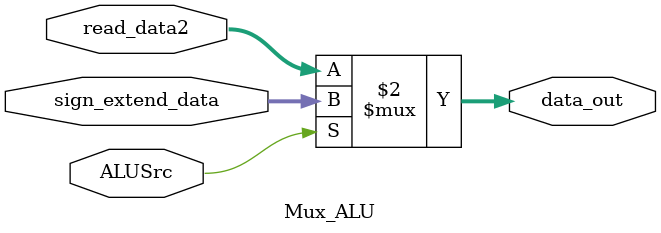
<source format=v>
module Mux_ALU(data_out, read_data2, sign_extend_data, ALUSrc);

	output [31:0]data_out;
	input [31:0]read_data2;
	input [31:0]sign_extend_data;
	input ALUSrc;
	
	assign data_out = (ALUSrc == 1'b0) ? read_data2 : sign_extend_data;

endmodule 
</source>
